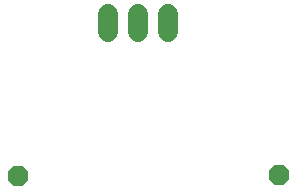
<source format=gbr>
G04 EAGLE Gerber RS-274X export*
G75*
%MOMM*%
%FSLAX34Y34*%
%LPD*%
%INSoldermask Bottom*%
%IPPOS*%
%AMOC8*
5,1,8,0,0,1.08239X$1,22.5*%
G01*
G04 Define Apertures*
%ADD10C,1.727200*%
%ADD11P,1.8695X8X22.5*%
D10*
X142240Y151130D02*
X142240Y166370D01*
X167640Y166370D02*
X167640Y151130D01*
X193040Y151130D02*
X193040Y166370D01*
D11*
X287020Y30480D03*
X66040Y29210D03*
M02*

</source>
